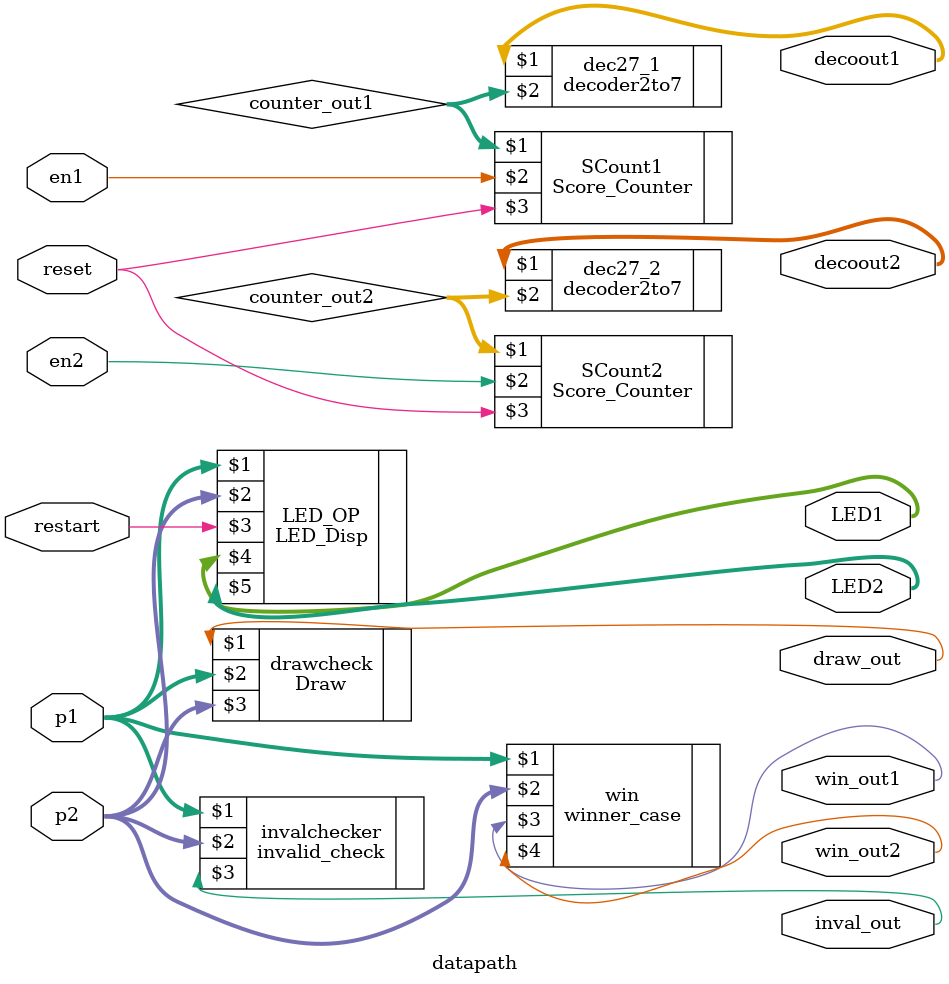
<source format=v>
module datapath (LED1, LED2, decoout1, decoout2, win_out1, win_out2, inval_out, draw_out, p1, p2, en1, en2, reset, restart);
input [0:8] p1, p2;
input en1, en2, reset, restart;
output [0:8] LED1, LED2;
output [0:6] decoout1, decoout2;
output inval_out, draw_out, win_out1, win_out2;
wire [1:0] counter_out1, counter_out2;

invalid_check invalchecker (p1, p2, inval_out);
winner_case win (p1, p2, win_out1, win_out2);
Draw drawcheck (draw_out, p1, p2);
Score_Counter SCount1 (counter_out1, en1, reset);
Score_Counter SCount2 (counter_out2, en2, reset);
decoder2to7 dec27_1 (decoout1, counter_out1);
decoder2to7 dec27_2 (decoout2, counter_out2);
LED_Disp LED_OP (p1, p2, restart, LED1, LED2);

endmodule

</source>
